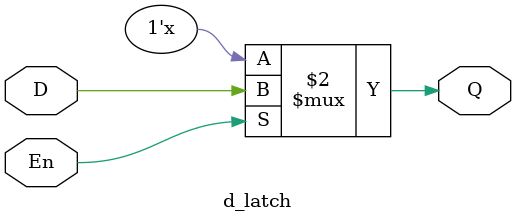
<source format=v>
module d_latch (
    input D,
    input En,
    output reg Q
);

    always @(*) begin
        case (En)
            1'b0: Q = Q;
            1'b1: Q = D;
        endcase
    end
endmodule

</source>
